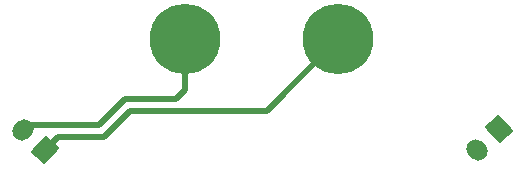
<source format=gbr>
%TF.GenerationSoftware,KiCad,Pcbnew,8.0.3-8.0.3-0~ubuntu22.04.1*%
%TF.CreationDate,2024-06-22T17:40:10-07:00*%
%TF.ProjectId,kraken-can-adapter,6b72616b-656e-42d6-9361-6e2d61646170,2*%
%TF.SameCoordinates,Original*%
%TF.FileFunction,Copper,L1,Top*%
%TF.FilePolarity,Positive*%
%FSLAX46Y46*%
G04 Gerber Fmt 4.6, Leading zero omitted, Abs format (unit mm)*
G04 Created by KiCad (PCBNEW 8.0.3-8.0.3-0~ubuntu22.04.1) date 2024-06-22 17:40:10*
%MOMM*%
%LPD*%
G01*
G04 APERTURE LIST*
G04 Aperture macros list*
%AMHorizOval*
0 Thick line with rounded ends*
0 $1 width*
0 $2 $3 position (X,Y) of the first rounded end (center of the circle)*
0 $4 $5 position (X,Y) of the second rounded end (center of the circle)*
0 Add line between two ends*
20,1,$1,$2,$3,$4,$5,0*
0 Add two circle primitives to create the rounded ends*
1,1,$1,$2,$3*
1,1,$1,$4,$5*%
%AMRotRect*
0 Rectangle, with rotation*
0 The origin of the aperture is its center*
0 $1 length*
0 $2 width*
0 $3 Rotation angle, in degrees counterclockwise*
0 Add horizontal line*
21,1,$1,$2,0,0,$3*%
G04 Aperture macros list end*
%TA.AperFunction,ComponentPad*%
%ADD10C,5.969000*%
%TD*%
%TA.AperFunction,ComponentPad*%
%ADD11RotRect,1.600200X1.905000X223.000000*%
%TD*%
%TA.AperFunction,ComponentPad*%
%ADD12HorizOval,1.600200X-0.103937X0.111458X0.103937X-0.111458X0*%
%TD*%
%TA.AperFunction,ComponentPad*%
%ADD13RotRect,1.600200X1.905000X137.000000*%
%TD*%
%TA.AperFunction,ComponentPad*%
%ADD14HorizOval,1.600200X0.103937X0.111458X-0.103937X-0.111458X0*%
%TD*%
%TA.AperFunction,Conductor*%
%ADD15C,0.508000*%
%TD*%
G04 APERTURE END LIST*
D10*
%TO.P,J4,1,Pin_1*%
%TO.N,/CAN_H*%
X99745307Y-110386204D03*
%TD*%
%TO.P,J3,1,Pin_1*%
%TO.N,/CAN_L*%
X112750107Y-110386204D03*
%TD*%
D11*
%TO.P,J2,1,Pin_1*%
%TO.N,/CAN_L*%
X126330212Y-117975184D03*
D12*
%TO.P,J2,2,Pin_2*%
%TO.N,/CAN_H*%
X124472574Y-119707460D03*
%TD*%
D13*
%TO.P,J1,1,Pin_1*%
%TO.N,/CAN_L*%
X87943342Y-119766368D03*
D14*
%TO.P,J1,2,Pin_2*%
%TO.N,/CAN_H*%
X86085704Y-118034092D03*
%TD*%
D15*
%TO.N,/CAN_L*%
X89066310Y-118643400D02*
X92924952Y-118643400D01*
X87943342Y-119766368D02*
X89066310Y-118643400D01*
X106702711Y-116433600D02*
X112750107Y-110386204D01*
X95134752Y-116433600D02*
X106702711Y-116433600D01*
X92924952Y-118643400D02*
X95134752Y-116433600D01*
%TO.N,/CAN_H*%
X99009200Y-115417600D02*
X99745307Y-114681493D01*
X94713912Y-115417600D02*
X99009200Y-115417600D01*
X86085704Y-118034092D02*
X86492396Y-117627400D01*
X86492396Y-117627400D02*
X92504112Y-117627400D01*
X99745307Y-114681493D02*
X99745307Y-110386204D01*
X92504112Y-117627400D02*
X94713912Y-115417600D01*
%TD*%
M02*

</source>
